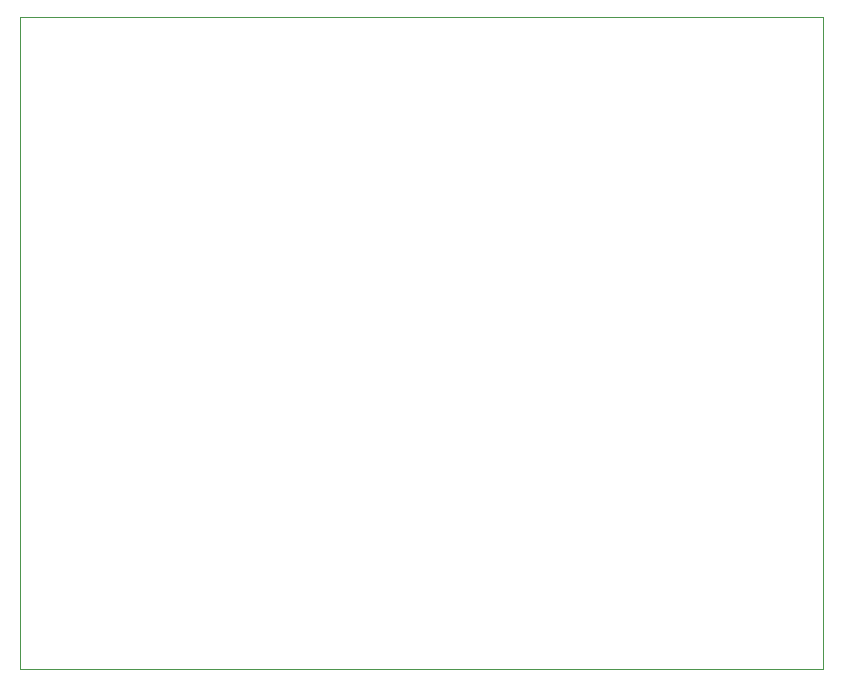
<source format=gbr>
G04 #@! TF.GenerationSoftware,KiCad,Pcbnew,(5.1.2)-1*
G04 #@! TF.CreationDate,2020-05-26T19:14:15-07:00*
G04 #@! TF.ProjectId,MushAuto_UnoShield,4d757368-4175-4746-9f5f-556e6f536869,rev?*
G04 #@! TF.SameCoordinates,Original*
G04 #@! TF.FileFunction,Profile,NP*
%FSLAX46Y46*%
G04 Gerber Fmt 4.6, Leading zero omitted, Abs format (unit mm)*
G04 Created by KiCad (PCBNEW (5.1.2)-1) date 2020-05-26 19:14:15*
%MOMM*%
%LPD*%
G04 APERTURE LIST*
%ADD10C,0.050000*%
G04 APERTURE END LIST*
D10*
X163195000Y-121920000D02*
X163195000Y-121285000D01*
X95250000Y-121920000D02*
X163195000Y-121920000D01*
X95250000Y-66675000D02*
X95250000Y-121920000D01*
X163195000Y-66675000D02*
X95250000Y-66675000D01*
X163195000Y-121285000D02*
X163195000Y-66675000D01*
M02*

</source>
